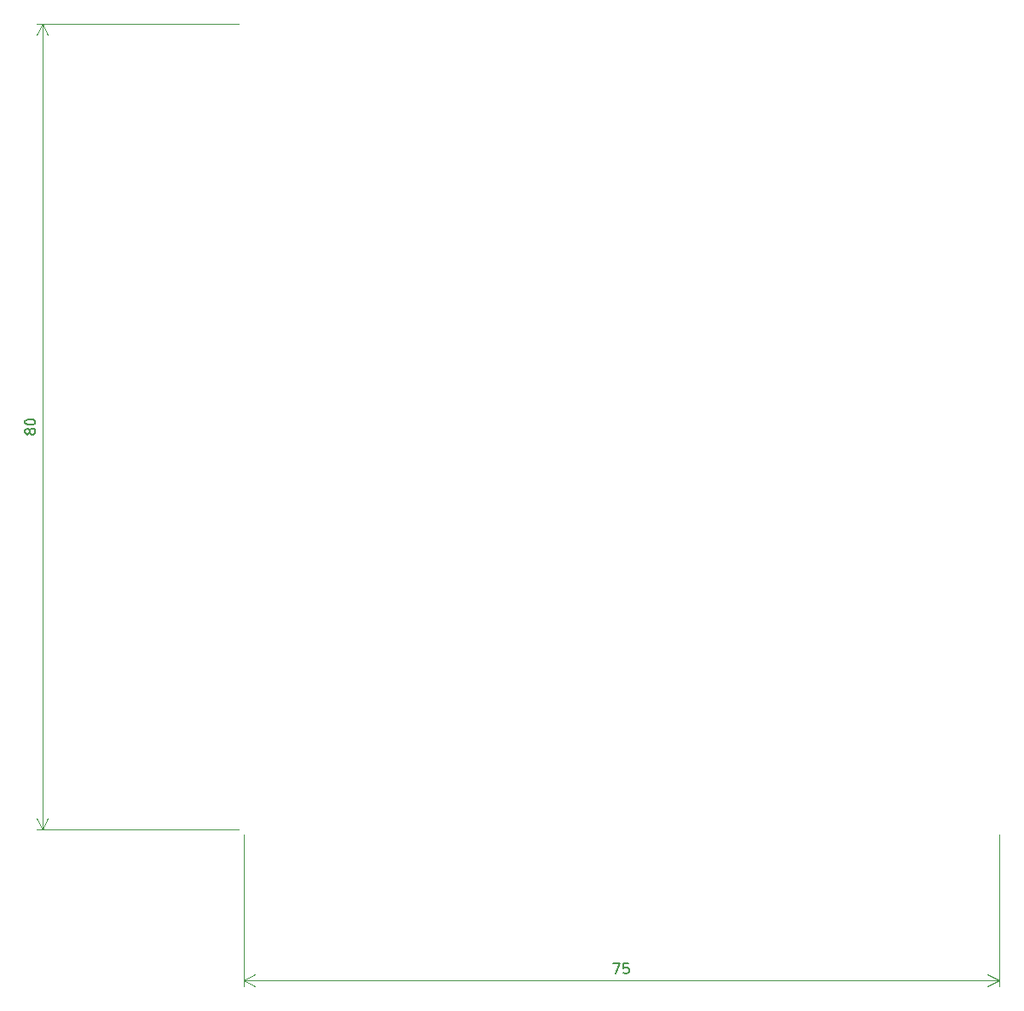
<source format=gbr>
%TF.GenerationSoftware,KiCad,Pcbnew,9.99.0-1132-g883a1f8d97*%
%TF.CreationDate,2025-07-04T12:47:25+02:00*%
%TF.ProjectId,BondheadSteering,426f6e64-6865-4616-9453-74656572696e,1*%
%TF.SameCoordinates,Original*%
%TF.FileFunction,OtherDrawing,Comment*%
%FSLAX46Y46*%
G04 Gerber Fmt 4.6, Leading zero omitted, Abs format (unit mm)*
G04 Created by KiCad (PCBNEW 9.99.0-1132-g883a1f8d97) date 2025-07-04 12:47:25*
%MOMM*%
%LPD*%
G01*
G04 APERTURE LIST*
%ADD10C,0.150000*%
%ADD11C,0.100000*%
G04 APERTURE END LIST*
D10*
X121690476Y-139826219D02*
X122357142Y-139826219D01*
X122357142Y-139826219D02*
X121928571Y-140826219D01*
X123214285Y-139826219D02*
X122738095Y-139826219D01*
X122738095Y-139826219D02*
X122690476Y-140302409D01*
X122690476Y-140302409D02*
X122738095Y-140254790D01*
X122738095Y-140254790D02*
X122833333Y-140207171D01*
X122833333Y-140207171D02*
X123071428Y-140207171D01*
X123071428Y-140207171D02*
X123166666Y-140254790D01*
X123166666Y-140254790D02*
X123214285Y-140302409D01*
X123214285Y-140302409D02*
X123261904Y-140397647D01*
X123261904Y-140397647D02*
X123261904Y-140635742D01*
X123261904Y-140635742D02*
X123214285Y-140730980D01*
X123214285Y-140730980D02*
X123166666Y-140778600D01*
X123166666Y-140778600D02*
X123071428Y-140826219D01*
X123071428Y-140826219D02*
X122833333Y-140826219D01*
X122833333Y-140826219D02*
X122738095Y-140778600D01*
X122738095Y-140778600D02*
X122690476Y-140730980D01*
D11*
X160000000Y-127021400D02*
X160000000Y-142107820D01*
X85000000Y-142107820D02*
X85000000Y-127021400D01*
X160000000Y-141521400D02*
X85000000Y-141521400D01*
X160000000Y-141521400D02*
X158873496Y-142107821D01*
X160000000Y-141521400D02*
X158873496Y-140934979D01*
X85000000Y-141521400D02*
X86126504Y-140934979D01*
X85000000Y-141521400D02*
X86126504Y-142107821D01*
D10*
X63733390Y-87092828D02*
X63685771Y-87188066D01*
X63685771Y-87188066D02*
X63638152Y-87235685D01*
X63638152Y-87235685D02*
X63542914Y-87283304D01*
X63542914Y-87283304D02*
X63495295Y-87283304D01*
X63495295Y-87283304D02*
X63400057Y-87235685D01*
X63400057Y-87235685D02*
X63352438Y-87188066D01*
X63352438Y-87188066D02*
X63304819Y-87092828D01*
X63304819Y-87092828D02*
X63304819Y-86902352D01*
X63304819Y-86902352D02*
X63352438Y-86807114D01*
X63352438Y-86807114D02*
X63400057Y-86759495D01*
X63400057Y-86759495D02*
X63495295Y-86711876D01*
X63495295Y-86711876D02*
X63542914Y-86711876D01*
X63542914Y-86711876D02*
X63638152Y-86759495D01*
X63638152Y-86759495D02*
X63685771Y-86807114D01*
X63685771Y-86807114D02*
X63733390Y-86902352D01*
X63733390Y-86902352D02*
X63733390Y-87092828D01*
X63733390Y-87092828D02*
X63781009Y-87188066D01*
X63781009Y-87188066D02*
X63828628Y-87235685D01*
X63828628Y-87235685D02*
X63923866Y-87283304D01*
X63923866Y-87283304D02*
X64114342Y-87283304D01*
X64114342Y-87283304D02*
X64209580Y-87235685D01*
X64209580Y-87235685D02*
X64257200Y-87188066D01*
X64257200Y-87188066D02*
X64304819Y-87092828D01*
X64304819Y-87092828D02*
X64304819Y-86902352D01*
X64304819Y-86902352D02*
X64257200Y-86807114D01*
X64257200Y-86807114D02*
X64209580Y-86759495D01*
X64209580Y-86759495D02*
X64114342Y-86711876D01*
X64114342Y-86711876D02*
X63923866Y-86711876D01*
X63923866Y-86711876D02*
X63828628Y-86759495D01*
X63828628Y-86759495D02*
X63781009Y-86807114D01*
X63781009Y-86807114D02*
X63733390Y-86902352D01*
X63304819Y-86092828D02*
X63304819Y-85997590D01*
X63304819Y-85997590D02*
X63352438Y-85902352D01*
X63352438Y-85902352D02*
X63400057Y-85854733D01*
X63400057Y-85854733D02*
X63495295Y-85807114D01*
X63495295Y-85807114D02*
X63685771Y-85759495D01*
X63685771Y-85759495D02*
X63923866Y-85759495D01*
X63923866Y-85759495D02*
X64114342Y-85807114D01*
X64114342Y-85807114D02*
X64209580Y-85854733D01*
X64209580Y-85854733D02*
X64257200Y-85902352D01*
X64257200Y-85902352D02*
X64304819Y-85997590D01*
X64304819Y-85997590D02*
X64304819Y-86092828D01*
X64304819Y-86092828D02*
X64257200Y-86188066D01*
X64257200Y-86188066D02*
X64209580Y-86235685D01*
X64209580Y-86235685D02*
X64114342Y-86283304D01*
X64114342Y-86283304D02*
X63923866Y-86330923D01*
X63923866Y-86330923D02*
X63685771Y-86330923D01*
X63685771Y-86330923D02*
X63495295Y-86283304D01*
X63495295Y-86283304D02*
X63400057Y-86235685D01*
X63400057Y-86235685D02*
X63352438Y-86188066D01*
X63352438Y-86188066D02*
X63304819Y-86092828D01*
D11*
X84500000Y-126521400D02*
X64413580Y-126521400D01*
X64413580Y-46521400D02*
X84500000Y-46521400D01*
X65000000Y-126521400D02*
X65000000Y-46521400D01*
X65000000Y-126521400D02*
X64413579Y-125394896D01*
X65000000Y-126521400D02*
X65586421Y-125394896D01*
X65000000Y-46521400D02*
X65586421Y-47647904D01*
X65000000Y-46521400D02*
X64413579Y-47647904D01*
M02*

</source>
